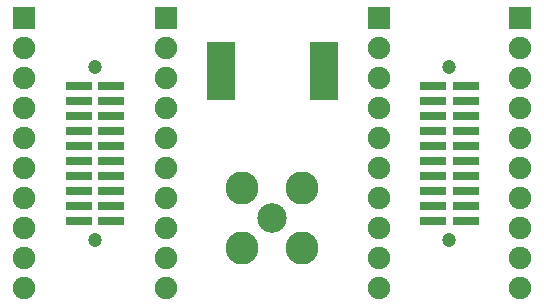
<source format=gbs>
G04 #@! TF.FileFunction,Soldermask,Bot*
%FSLAX46Y46*%
G04 Gerber Fmt 4.6, Leading zero omitted, Abs format (unit mm)*
G04 Created by KiCad (PCBNEW 4.1.0-alpha+201605071002+6776~44~ubuntu14.04.1-product) date Mon 30 May 2016 01:00:06 BST*
%MOMM*%
%LPD*%
G01*
G04 APERTURE LIST*
%ADD10C,0.100000*%
%ADD11R,2.220000X0.740000*%
%ADD12C,1.200000*%
%ADD13R,1.900000X1.900000*%
%ADD14C,1.900000*%
%ADD15C,2.500000*%
%ADD16C,2.800000*%
%ADD17R,2.400000X5.000000*%
G04 APERTURE END LIST*
D10*
D11*
X106635000Y-107285000D03*
X109365000Y-107285000D03*
X106635000Y-108555000D03*
X109365000Y-108555000D03*
X106635000Y-109825000D03*
X109365000Y-109825000D03*
X106635000Y-111095000D03*
X109365000Y-111095000D03*
X106635000Y-112365000D03*
X109365000Y-112365000D03*
X106635000Y-113635000D03*
X109365000Y-113635000D03*
X106635000Y-114905000D03*
X109365000Y-114905000D03*
X106635000Y-116175000D03*
X109365000Y-116175000D03*
X106635000Y-117445000D03*
X109365000Y-117445000D03*
X106635000Y-118715000D03*
X109365000Y-118715000D03*
D12*
X108000000Y-120305000D03*
X108000000Y-105695000D03*
D11*
X136635000Y-107285000D03*
X139365000Y-107285000D03*
X136635000Y-108555000D03*
X139365000Y-108555000D03*
X136635000Y-109825000D03*
X139365000Y-109825000D03*
X136635000Y-111095000D03*
X139365000Y-111095000D03*
X136635000Y-112365000D03*
X139365000Y-112365000D03*
X136635000Y-113635000D03*
X139365000Y-113635000D03*
X136635000Y-114905000D03*
X139365000Y-114905000D03*
X136635000Y-116175000D03*
X139365000Y-116175000D03*
X136635000Y-117445000D03*
X139365000Y-117445000D03*
X136635000Y-118715000D03*
X139365000Y-118715000D03*
D12*
X138000000Y-120305000D03*
X138000000Y-105695000D03*
D13*
X102000000Y-101570000D03*
D14*
X102000000Y-104110000D03*
X102000000Y-106650000D03*
X102000000Y-109190000D03*
X102000000Y-111730000D03*
X102000000Y-114270000D03*
X102000000Y-116810000D03*
X102000000Y-119350000D03*
X102000000Y-121890000D03*
X102000000Y-124430000D03*
D13*
X114000000Y-101570000D03*
D14*
X114000000Y-104110000D03*
X114000000Y-106650000D03*
X114000000Y-109190000D03*
X114000000Y-111730000D03*
X114000000Y-114270000D03*
X114000000Y-116810000D03*
X114000000Y-119350000D03*
X114000000Y-121890000D03*
X114000000Y-124430000D03*
D13*
X132000000Y-101570000D03*
D14*
X132000000Y-104110000D03*
X132000000Y-106650000D03*
X132000000Y-109190000D03*
X132000000Y-111730000D03*
X132000000Y-114270000D03*
X132000000Y-116810000D03*
X132000000Y-119350000D03*
X132000000Y-121890000D03*
X132000000Y-124430000D03*
D13*
X144000000Y-101570000D03*
D14*
X144000000Y-104110000D03*
X144000000Y-106650000D03*
X144000000Y-109190000D03*
X144000000Y-111730000D03*
X144000000Y-114270000D03*
X144000000Y-116810000D03*
X144000000Y-119350000D03*
X144000000Y-121890000D03*
X144000000Y-124430000D03*
D15*
X123000000Y-118450000D03*
D16*
X125540000Y-115910000D03*
X120460000Y-115910000D03*
X125540000Y-120990000D03*
X120460000Y-120990000D03*
D17*
X127375000Y-106000000D03*
X118625000Y-106000000D03*
M02*

</source>
